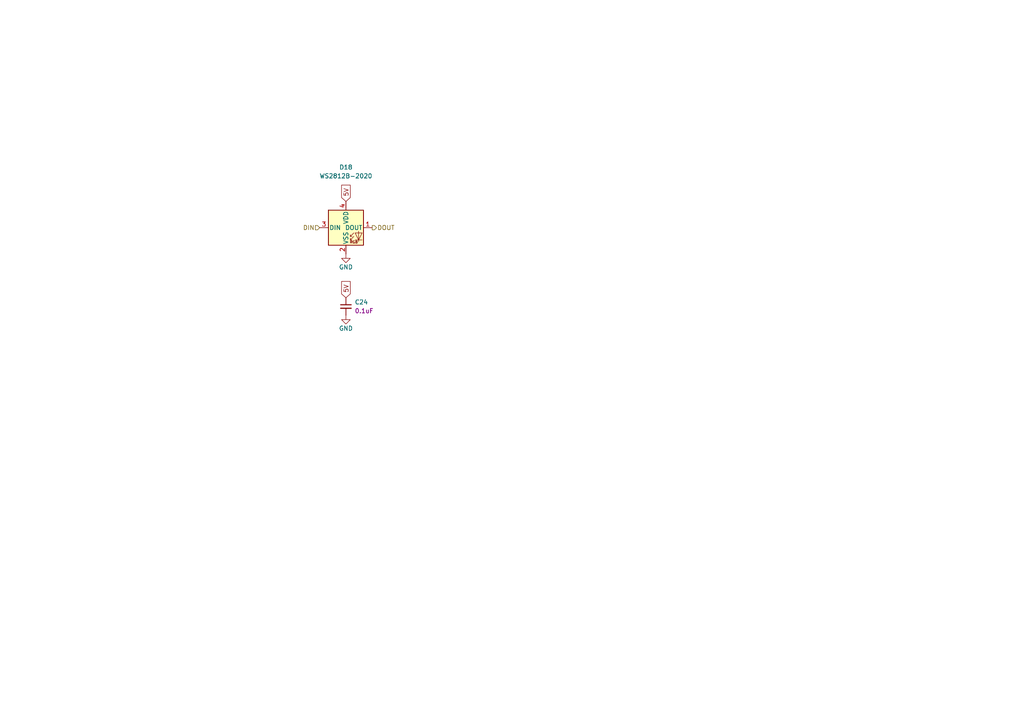
<source format=kicad_sch>
(kicad_sch (version 20231120) (generator "eeschema") (generator_version "8.0")
  (paper "A4")
  (lib_symbols
    (symbol "4ms_Capacitor:100nF_0402_16V" (pin_numbers hide) (pin_names (offset 0.254) hide)
      (property "Reference" "C" (at 1.905 1.27 0))
      (property "Display" "0.1uF" (at 1.905 -1.27 0))
      (symbol "100nF_0402_16V_0_1"
        (polyline (pts (xy -1.524 -0.508) (xy 1.524 -0.508)) (stroke (width 0.3302)))
        (polyline (pts (xy -1.524 0.508) (xy 1.524 0.508)) (stroke (width 0.3048)))
      )
      (symbol "100nF_0402_16V_1_1"
        (pin passive line (at 0 2.54 270) (length 2.032) (name "~") (number "1"))
        (pin passive line (at 0 -2.54 90) (length 2.032) (name "~") (number "2"))
      )
    )
    (symbol "4ms_Power-symbol:GND" (power) (pin_names (offset 0))
      (property "Value" "GND" (at 0 -3.81 0))
      (symbol "GND_0_1"
        (polyline (pts (xy 0 0) (xy 0 -1.27) (xy 1.27 -1.27) (xy 0 -2.54) (xy -1.27 -1.27) (xy 0 -1.27)))
      )
      (symbol "GND_1_1"
        (pin power_in line (at 0 0 270) (length 0) hide (name "GND") (number "1"))
      )
    )
    (symbol "LED:WS2812B-2020" (pin_names (offset 0.254))
      (property "Reference" "D" (at 5.08 5.715 0))
      (property "Value" "WS2812B-2020" (at 1.27 -5.715 0))
      (symbol "WS2812B-2020_0_0"
        (text "RGB" (at 2.286 -4.191 0) (effects (font (size 0.762 0.762))))
      )
      (symbol "WS2812B-2020_0_1"
        (polyline (pts (xy 1.27 -3.556) (xy 1.778 -3.556)))
        (polyline (pts (xy 1.27 -2.54) (xy 1.778 -2.54)))
        (polyline (pts (xy 4.699 -3.556) (xy 2.667 -3.556)))
        (polyline (pts (xy 2.286 -2.54) (xy 1.27 -3.556) (xy 1.27 -3.048)))
        (polyline (pts (xy 2.286 -1.524) (xy 1.27 -2.54) (xy 1.27 -2.032)))
        (polyline (pts (xy 3.683 -1.016) (xy 3.683 -3.556) (xy 3.683 -4.064)))
        (polyline (pts (xy 4.699 -1.524) (xy 2.667 -1.524) (xy 3.683 -3.556) (xy 4.699 -1.524)))
        (rectangle (start 5.08 5.08) (end -5.08 -5.08) (stroke (width 0.254)) (fill (type background)))
      )
      (symbol "WS2812B-2020_1_1"
        (pin output line (at 7.62 0 180) (length 2.54) (name "DOUT") (number "1"))
        (pin power_in line (at 0 -7.62 90) (length 2.54) (name "VSS") (number "2"))
        (pin input line (at -7.62 0 0) (length 2.54) (name "DIN") (number "3"))
        (pin power_in line (at 0 7.62 270) (length 2.54) (name "VDD") (number "4"))
      )
    )
  )
  (global_label "5V" (shape input) (at 100.33 58.42 90) (property "Intersheetrefs" "${INTERSHEET_REFS}" (effects (hide yes))))
  (global_label "5V" (shape input) (at 100.33 86.36 90) (property "Intersheetrefs" "${INTERSHEET_REFS}" (effects (hide yes))))
  (hierarchical_label "DOUT" (shape output) (at 107.95 66.04 0))
  (hierarchical_label "DIN" (shape input) (at 92.71 66.04 180))
  (symbol (lib_id "4ms_Power-symbol:GND") (at 100.33 91.44 0) (unit 1)
    (property "Reference" "#PWR045" (effects (hide yes)))
    (property "Value" "GND" (at 100.33 95.25 0))
    (instances (project "switch_sequencer" (path "" (reference "#PWR045") (unit 1)) (path "" (reference "#PWR047") (unit 1)) (path "" (reference "#PWR069") (unit 1)) (path "" (reference "#PWR083") (unit 1)) (path "" (reference "#PWR036") (unit 1)) (path "" (reference "#PWR062") (unit 1)) (path "" (reference "#PWR055") (unit 1)) (path "" (reference "#PWR012") (unit 1)) (path "" (reference "#PWR029") (unit 1)) (path "" (reference "#PWR076") (unit 1))))
  )
  (symbol (lib_id "4ms_Power-symbol:GND") (at 100.33 73.66 0) (unit 1)
    (property "Reference" "#PWR041" (effects (hide yes)))
    (property "Value" "GND" (at 100.33 77.47 0))
    (instances (project "switch_sequencer" (path "" (reference "#PWR041") (unit 1)) (path "" (reference "#PWR04") (unit 1)) (path "" (reference "#PWR068") (unit 1)) (path "" (reference "#PWR082") (unit 1)) (path "" (reference "#PWR035") (unit 1)) (path "" (reference "#PWR061") (unit 1)) (path "" (reference "#PWR054") (unit 1)) (path "" (reference "#PWR011") (unit 1)) (path "" (reference "#PWR018") (unit 1)) (path "" (reference "#PWR075") (unit 1))))
  )
  (symbol (lib_id "4ms_Capacitor:100nF_0402_16V") (at 100.33 88.9 0) (unit 1)
    (property "Reference" "C15" (at 102.87 87.6362 0) (effects (justify left)))
    (property "Value" "100nF_0402_16V" (effects (hide yes)))
    (property "Footprint" "4ms_Capacitor:C_0402" (effects (hide yes)))
    (property "Description" "0.1uF, Min. 16V 10%, X7R or X5R or similar" (effects (hide yes)))
    (property "Specifications" "0.1uF, Min. 16V 10%, X7R or X5R or similar" (effects (hide yes)))
    (property "Manufacturer" "Murata" (effects (hide yes)))
    (property "Part Number" "GCM155R71C104KA55D" (effects (hide yes)))
    (property "Display" "0.1uF" (at 102.87 90.1762 0) (effects (justify left)))
    (property "JLCPCB ID" "C1525" (effects (hide yes)))
    (property "Manufacturer 2" "Yageo" (effects (hide yes)))
    (property "Part Number 2" "CC0402KRX7R7BB104" (effects (hide yes)))
    (property "Production Stage" "A" (effects (hide yes)))
    (instances (project "switch_sequencer" (path "" (reference "C24") (unit 1)) (path "" (reference "C15") (unit 1)) (path "" (reference "C21") (unit 1)) (path "" (reference "C23") (unit 1)) (path "" (reference "C18") (unit 1)) (path "" (reference "C20") (unit 1)) (path "" (reference "C19") (unit 1)) (path "" (reference "C16") (unit 1)) (path "" (reference "C17") (unit 1)) (path "" (reference "C22") (unit 1))))
  )
  (symbol (lib_id "LED:WS2812B-2020") (at 100.33 66.04 0) (unit 1)
    (property "Reference" "D18" (at 100.33 48.514 0))
    (property "Value" "WS2812B-2020" (at 100.33 51.054 0))
    (property "Footprint" "LED_SMD:LED_WS2812B-2020_PLCC4_2.0x2.0mm" (effects (hide yes)))
    (property "Datasheet" "https://cdn-shop.adafruit.com/product-files/4684/4684_WS2812B-2020_V1.3_EN.pdf" (effects (hide yes)))
    (property "Description" "RGB LED with integrated controller, 2.0 x 2.0 mm, 12 mA" (effects (hide yes)))
    (instances (project "switch_sequencer" (path "" (reference "D18") (unit 1)) (path "" (reference "D19") (unit 1)) (path "" (reference "D12") (unit 1)) (path "" (reference "D16") (unit 1)) (path "" (reference "D6") (unit 1)) (path "" (reference "D10") (unit 1)) (path "" (reference "D8") (unit 1)) (path "" (reference "D2") (unit 1)) (path "" (reference "D4") (unit 1)) (path "" (reference "D14") (unit 1))))
  )
)
</source>
